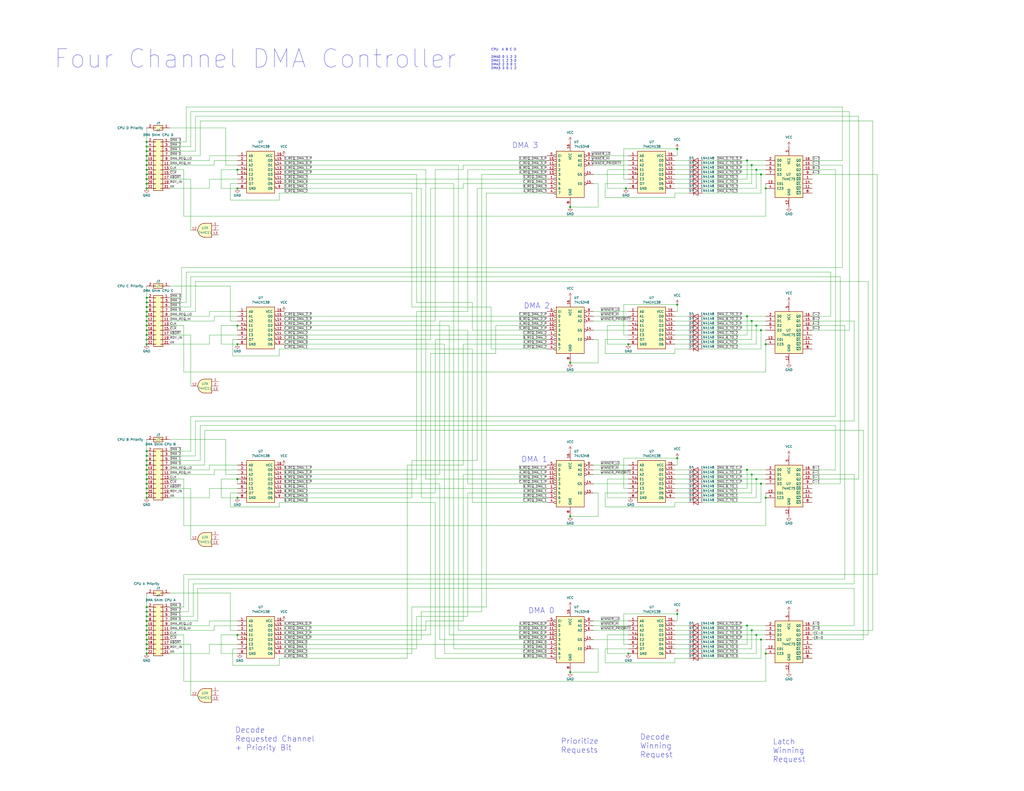
<source format=kicad_sch>
(kicad_sch (version 20211123) (generator eeschema)
  (paper "C")
  (junction (at 311.15 367.03))
  (junction (at 80.01 254))
  (junction (at 80.01 85.09))
  (junction (at 80.01 344.17))
  (junction (at 80.01 185.42))
  (junction (at 80.01 266.7))
  (junction (at 369.57 166.37))
  (junction (at 407.67 341.63))
  (junction (at 80.01 351.79))
  (junction (at 80.01 87.63))
  (junction (at 410.21 90.17))
  (junction (at 415.29 95.25))
  (junction (at 80.01 165.1))
  (junction (at 415.29 264.16))
  (junction (at 80.01 92.71))
  (junction (at 80.01 172.72))
  (junction (at 417.83 187.96))
  (junction (at 410.21 259.08))
  (junction (at 80.01 170.18))
  (junction (at 412.75 92.71))
  (junction (at 80.01 167.64))
  (junction (at 80.01 102.87))
  (junction (at 80.01 334.01))
  (junction (at 80.01 246.38))
  (junction (at 80.01 269.24))
  (junction (at 415.29 180.34))
  (junction (at 80.01 261.62))
  (junction (at 80.01 175.26))
  (junction (at 369.57 250.19))
  (junction (at 80.01 187.96))
  (junction (at 369.57 335.28))
  (junction (at 342.9 187.96))
  (junction (at 80.01 341.63))
  (junction (at 407.67 87.63))
  (junction (at 412.75 346.71))
  (junction (at 80.01 82.55))
  (junction (at 80.01 251.46))
  (junction (at 80.01 356.87))
  (junction (at 80.01 248.92))
  (junction (at 80.01 339.09))
  (junction (at 311.15 281.94))
  (junction (at 129.54 261.62))
  (junction (at 129.54 346.71))
  (junction (at 80.01 100.33))
  (junction (at 417.83 271.78))
  (junction (at 410.21 344.17))
  (junction (at 80.01 80.01))
  (junction (at 80.01 346.71))
  (junction (at 412.75 261.62))
  (junction (at 407.67 172.72))
  (junction (at 410.21 175.26))
  (junction (at 311.15 113.03))
  (junction (at 129.54 187.96))
  (junction (at 407.67 256.54))
  (junction (at 129.54 92.71))
  (junction (at 80.01 177.8))
  (junction (at 80.01 349.25))
  (junction (at 417.83 356.87))
  (junction (at 80.01 331.47))
  (junction (at 129.54 102.87))
  (junction (at 80.01 264.16))
  (junction (at 412.75 177.8))
  (junction (at 80.01 90.17))
  (junction (at 80.01 97.79))
  (junction (at 129.54 177.8))
  (junction (at 129.54 271.78))
  (junction (at 342.9 356.87))
  (junction (at 80.01 95.25))
  (junction (at 80.01 77.47))
  (junction (at 369.57 81.28))
  (junction (at 80.01 162.56))
  (junction (at 80.01 256.54))
  (junction (at 80.01 182.88))
  (junction (at 417.83 102.87))
  (junction (at 80.01 259.08))
  (junction (at 415.29 349.25))
  (junction (at 80.01 271.78))
  (junction (at 311.15 198.12))
  (junction (at 80.01 354.33))
  (junction (at 80.01 180.34))
  (junction (at 341.63 102.87))
  (junction (at 80.01 336.55))
  (wire (pts (xy 459.74 87.63) (xy 459.74 58.42)))
  (wire (pts (xy 114.3 271.78) (xy 92.71 271.78)))
  (wire (pts (xy 80.01 246.38) (xy 80.01 240.03)))
  (wire (pts (xy 323.85 264.16) (xy 342.9 264.16)))
  (wire (pts (xy 111.76 254) (xy 92.71 254)))
  (wire (pts (xy 415.29 180.34) (xy 417.83 180.34)))
  (wire (pts (xy 340.36 335.28) (xy 369.57 335.28)))
  (wire (pts (xy 410.21 344.17) (xy 417.83 344.17)))
  (wire (pts (xy 443.23 180.34) (xy 463.55 180.34)))
  (wire (pts (xy 255.27 180.34) (xy 255.27 264.16)))
  (wire (pts (xy 368.3 351.79) (xy 375.92 351.79)))
  (wire (pts (xy 342.9 100.33) (xy 330.2 100.33)))
  (wire (pts (xy 369.57 85.09) (xy 368.3 85.09)))
  (wire (pts (xy 222.25 254) (xy 222.25 359.41)))
  (wire (pts (xy 100.33 313.69) (xy 478.79 313.69)))
  (wire (pts (xy 407.67 341.63) (xy 417.83 341.63)))
  (wire (pts (xy 80.01 344.17) (xy 80.01 346.71)))
  (wire (pts (xy 237.49 359.41) (xy 298.45 359.41)))
  (wire (pts (xy 383.54 102.87) (xy 412.75 102.87)))
  (wire (pts (xy 252.73 90.17) (xy 298.45 90.17)))
  (wire (pts (xy 383.54 172.72) (xy 407.67 172.72)))
  (wire (pts (xy 114.3 172.72) (xy 114.3 170.18)))
  (wire (pts (xy 116.84 341.63) (xy 116.84 344.17)))
  (wire (pts (xy 104.14 97.79) (xy 104.14 125.73)))
  (wire (pts (xy 129.54 261.62) (xy 129.54 264.16)))
  (wire (pts (xy 227.33 95.25) (xy 227.33 165.1)))
  (wire (pts (xy 342.9 346.71) (xy 331.47 346.71)))
  (wire (pts (xy 311.15 198.12) (xy 326.39 198.12)))
  (wire (pts (xy 227.33 261.62) (xy 227.33 170.18)))
  (wire (pts (xy 383.54 185.42) (xy 410.21 185.42)))
  (wire (pts (xy 104.14 227.33) (xy 455.93 227.33)))
  (wire (pts (xy 92.71 341.63) (xy 114.3 341.63)))
  (wire (pts (xy 478.79 313.69) (xy 478.79 95.25)))
  (wire (pts (xy 227.33 170.18) (xy 255.27 170.18)))
  (wire (pts (xy 242.57 187.96) (xy 242.57 356.87)))
  (wire (pts (xy 471.17 349.25) (xy 471.17 234.95)))
  (wire (pts (xy 227.33 354.33) (xy 227.33 336.55)))
  (wire (pts (xy 80.01 87.63) (xy 80.01 90.17)))
  (wire (pts (xy 461.01 316.23) (xy 461.01 177.8)))
  (wire (pts (xy 100.33 92.71) (xy 100.33 118.11)))
  (wire (pts (xy 342.9 177.8) (xy 331.47 177.8)))
  (wire (pts (xy 125.73 100.33) (xy 129.54 100.33)))
  (wire (pts (xy 116.84 344.17) (xy 92.71 344.17)))
  (wire (pts (xy 109.22 251.46) (xy 92.71 251.46)))
  (wire (pts (xy 114.3 341.63) (xy 114.3 339.09)))
  (wire (pts (xy 92.71 246.38) (xy 104.14 246.38)))
  (wire (pts (xy 412.75 261.62) (xy 417.83 261.62)))
  (wire (pts (xy 106.68 82.55) (xy 92.71 82.55)))
  (wire (pts (xy 250.19 344.17) (xy 298.45 344.17)))
  (wire (pts (xy 407.67 351.79) (xy 407.67 341.63)))
  (wire (pts (xy 104.14 351.79) (xy 92.71 351.79)))
  (wire (pts (xy 125.73 100.33) (xy 125.73 109.22)))
  (wire (pts (xy 331.47 187.96) (xy 342.9 187.96)))
  (wire (pts (xy 412.75 102.87) (xy 412.75 92.71)))
  (wire (pts (xy 368.3 105.41) (xy 368.3 107.95)))
  (wire (pts (xy 125.73 269.24) (xy 129.54 269.24)))
  (wire (pts (xy 476.25 66.04) (xy 109.22 66.04)))
  (wire (pts (xy 100.33 118.11) (xy 417.83 118.11)))
  (wire (pts (xy 368.3 256.54) (xy 375.92 256.54)))
  (wire (pts (xy 80.01 77.47) (xy 80.01 80.01)))
  (wire (pts (xy 224.79 251.46) (xy 224.79 271.78)))
  (wire (pts (xy 99.06 162.56) (xy 99.06 146.05)))
  (wire (pts (xy 152.4 105.41) (xy 224.79 105.41)))
  (wire (pts (xy 298.45 187.96) (xy 252.73 187.96)))
  (wire (pts (xy 267.97 190.5) (xy 298.45 190.5)))
  (wire (pts (xy 466.09 321.31) (xy 466.09 341.63)))
  (wire (pts (xy 257.81 180.34) (xy 298.45 180.34)))
  (wire (pts (xy 443.23 259.08) (xy 466.09 259.08)))
  (wire (pts (xy 369.57 254) (xy 368.3 254)))
  (wire (pts (xy 368.3 261.62) (xy 375.92 261.62)))
  (wire (pts (xy 109.22 232.41) (xy 109.22 251.46)))
  (wire (pts (xy 326.39 269.24) (xy 326.39 281.94)))
  (wire (pts (xy 104.14 60.96) (xy 463.55 60.96)))
  (wire (pts (xy 154.94 102.87) (xy 229.87 102.87)))
  (wire (pts (xy 368.3 274.32) (xy 375.92 274.32)))
  (wire (pts (xy 342.9 185.42) (xy 330.2 185.42)))
  (wire (pts (xy 260.35 251.46) (xy 224.79 251.46)))
  (wire (pts (xy 152.4 194.31) (xy 152.4 190.5)))
  (wire (pts (xy 125.73 276.86) (xy 152.4 276.86)))
  (wire (pts (xy 104.14 351.79) (xy 104.14 379.73)))
  (wire (pts (xy 80.01 341.63) (xy 80.01 344.17)))
  (wire (pts (xy 104.14 246.38) (xy 104.14 227.33)))
  (wire (pts (xy 116.84 90.17) (xy 92.71 90.17)))
  (wire (pts (xy 106.68 170.18) (xy 92.71 170.18)))
  (wire (pts (xy 383.54 90.17) (xy 410.21 90.17)))
  (wire (pts (xy 331.47 102.87) (xy 341.63 102.87)))
  (wire (pts (xy 326.39 281.94) (xy 311.15 281.94)))
  (wire (pts (xy 129.54 92.71) (xy 129.54 95.25)))
  (wire (pts (xy 368.3 190.5) (xy 375.92 190.5)))
  (wire (pts (xy 80.01 100.33) (xy 80.01 102.87)))
  (wire (pts (xy 383.54 177.8) (xy 412.75 177.8)))
  (wire (pts (xy 368.3 187.96) (xy 375.92 187.96)))
  (wire (pts (xy 152.4 359.41) (xy 222.25 359.41)))
  (wire (pts (xy 368.3 180.34) (xy 375.92 180.34)))
  (wire (pts (xy 331.47 356.87) (xy 342.9 356.87)))
  (wire (pts (xy 114.3 102.87) (xy 92.71 102.87)))
  (wire (pts (xy 104.14 266.7) (xy 92.71 266.7)))
  (wire (pts (xy 368.3 264.16) (xy 375.92 264.16)))
  (wire (pts (xy 368.3 92.71) (xy 375.92 92.71)))
  (wire (pts (xy 368.3 259.08) (xy 375.92 259.08)))
  (wire (pts (xy 120.65 177.8) (xy 120.65 187.96)))
  (wire (pts (xy 407.67 266.7) (xy 407.67 256.54)))
  (wire (pts (xy 410.21 100.33) (xy 410.21 90.17)))
  (wire (pts (xy 257.81 165.1) (xy 257.81 180.34)))
  (wire (pts (xy 154.94 261.62) (xy 227.33 261.62)))
  (wire (pts (xy 92.71 165.1) (xy 101.6 165.1)))
  (wire (pts (xy 298.45 259.08) (xy 252.73 259.08)))
  (wire (pts (xy 80.01 95.25) (xy 80.01 97.79)))
  (wire (pts (xy 473.71 346.71) (xy 473.71 153.67)))
  (wire (pts (xy 330.2 361.95) (xy 368.3 361.95)))
  (wire (pts (xy 455.93 232.41) (xy 455.93 256.54)))
  (wire (pts (xy 80.01 254) (xy 80.01 256.54)))
  (wire (pts (xy 410.21 175.26) (xy 417.83 175.26)))
  (wire (pts (xy 80.01 180.34) (xy 80.01 182.88)))
  (wire (pts (xy 154.94 269.24) (xy 237.49 269.24)))
  (wire (pts (xy 473.71 153.67) (xy 106.68 153.67)))
  (wire (pts (xy 152.4 109.22) (xy 152.4 105.41)))
  (wire (pts (xy 265.43 105.41) (xy 298.45 105.41)))
  (wire (pts (xy 412.75 346.71) (xy 417.83 346.71)))
  (wire (pts (xy 323.85 185.42) (xy 326.39 185.42)))
  (wire (pts (xy 383.54 351.79) (xy 407.67 351.79)))
  (wire (pts (xy 383.54 346.71) (xy 412.75 346.71)))
  (wire (pts (xy 247.65 100.33) (xy 247.65 354.33)))
  (wire (pts (xy 80.01 248.92) (xy 80.01 251.46)))
  (wire (pts (xy 154.94 354.33) (xy 227.33 354.33)))
  (wire (pts (xy 107.95 321.31) (xy 466.09 321.31)))
  (wire (pts (xy 120.65 346.71) (xy 120.65 356.87)))
  (wire (pts (xy 323.85 256.54) (xy 342.9 256.54)))
  (wire (pts (xy 330.2 100.33) (xy 330.2 107.95)))
  (wire (pts (xy 369.57 81.28) (xy 369.57 85.09)))
  (wire (pts (xy 252.73 92.71) (xy 252.73 90.17)))
  (wire (pts (xy 129.54 172.72) (xy 116.84 172.72)))
  (wire (pts (xy 368.3 97.79) (xy 375.92 97.79)))
  (wire (pts (xy 323.85 344.17) (xy 342.9 344.17)))
  (wire (pts (xy 468.63 63.5) (xy 468.63 261.62)))
  (wire (pts (xy 123.19 240.03) (xy 123.19 259.08)))
  (wire (pts (xy 114.3 356.87) (xy 92.71 356.87)))
  (wire (pts (xy 407.67 172.72) (xy 417.83 172.72)))
  (wire (pts (xy 368.3 172.72) (xy 375.92 172.72)))
  (wire (pts (xy 443.23 264.16) (xy 458.47 264.16)))
  (wire (pts (xy 415.29 105.41) (xy 415.29 95.25)))
  (wire (pts (xy 80.01 182.88) (xy 80.01 185.42)))
  (wire (pts (xy 109.22 85.09) (xy 92.71 85.09)))
  (wire (pts (xy 80.01 349.25) (xy 80.01 351.79)))
  (wire (pts (xy 443.23 90.17) (xy 459.74 90.17)))
  (wire (pts (xy 120.65 102.87) (xy 129.54 102.87)))
  (wire (pts (xy 330.2 107.95) (xy 368.3 107.95)))
  (wire (pts (xy 412.75 92.71) (xy 417.83 92.71)))
  (wire (pts (xy 368.3 349.25) (xy 375.92 349.25)))
  (wire (pts (xy 383.54 175.26) (xy 410.21 175.26)))
  (wire (pts (xy 154.94 271.78) (xy 224.79 271.78)))
  (wire (pts (xy 410.21 269.24) (xy 410.21 259.08)))
  (wire (pts (xy 100.33 372.11) (xy 417.83 372.11)))
  (wire (pts (xy 106.68 153.67) (xy 106.68 170.18)))
  (wire (pts (xy 154.94 172.72) (xy 298.45 172.72)))
  (wire (pts (xy 257.81 274.32) (xy 257.81 190.5)))
  (wire (pts (xy 323.85 254) (xy 342.9 254)))
  (wire (pts (xy 368.3 274.32) (xy 368.3 276.86)))
  (wire (pts (xy 92.71 323.85) (xy 125.73 323.85)))
  (wire (pts (xy 129.54 256.54) (xy 116.84 256.54)))
  (wire (pts (xy 412.75 271.78) (xy 412.75 261.62)))
  (wire (pts (xy 92.71 346.71) (xy 100.33 346.71)))
  (wire (pts (xy 123.19 259.08) (xy 129.54 259.08)))
  (wire (pts (xy 80.01 77.47) (xy 80.01 69.85)))
  (wire (pts (xy 323.85 341.63) (xy 342.9 341.63)))
  (wire (pts (xy 463.55 60.96) (xy 463.55 180.34)))
  (wire (pts (xy 407.67 256.54) (xy 417.83 256.54)))
  (wire (pts (xy 123.19 69.85) (xy 123.19 90.17)))
  (wire (pts (xy 383.54 261.62) (xy 412.75 261.62)))
  (wire (pts (xy 104.14 182.88) (xy 92.71 182.88)))
  (wire (pts (xy 407.67 97.79) (xy 407.67 87.63)))
  (wire (pts (xy 227.33 165.1) (xy 257.81 165.1)))
  (wire (pts (xy 383.54 182.88) (xy 407.67 182.88)))
  (wire (pts (xy 106.68 248.92) (xy 92.71 248.92)))
  (wire (pts (xy 368.3 356.87) (xy 375.92 356.87)))
  (wire (pts (xy 224.79 356.87) (xy 154.94 356.87)))
  (wire (pts (xy 106.68 63.5) (xy 468.63 63.5)))
  (wire (pts (xy 80.01 90.17) (xy 80.01 92.71)))
  (wire (pts (xy 234.95 193.04) (xy 270.51 193.04)))
  (wire (pts (xy 417.83 118.11) (xy 417.83 102.87)))
  (wire (pts (xy 326.39 354.33) (xy 326.39 367.03)))
  (wire (pts (xy 383.54 264.16) (xy 415.29 264.16)))
  (wire (pts (xy 323.85 85.09) (xy 342.9 85.09)))
  (wire (pts (xy 340.36 351.79) (xy 340.36 335.28)))
  (wire (pts (xy 368.3 269.24) (xy 375.92 269.24)))
  (wire (pts (xy 129.54 261.62) (xy 120.65 261.62)))
  (wire (pts (xy 114.3 187.96) (xy 114.3 182.88)))
  (wire (pts (xy 417.83 271.78) (xy 417.83 269.24)))
  (wire (pts (xy 114.3 187.96) (xy 92.71 187.96)))
  (wire (pts (xy 262.89 95.25) (xy 298.45 95.25)))
  (wire (pts (xy 260.35 102.87) (xy 260.35 251.46)))
  (wire (pts (xy 129.54 177.8) (xy 120.65 177.8)))
  (wire (pts (xy 369.57 335.28) (xy 369.57 339.09)))
  (wire (pts (xy 125.73 323.85) (xy 125.73 344.17)))
  (wire (pts (xy 114.3 170.18) (xy 129.54 170.18)))
  (wire (pts (xy 154.94 187.96) (xy 242.57 187.96)))
  (wire (pts (xy 247.65 354.33) (xy 298.45 354.33)))
  (wire (pts (xy 459.74 90.17) (xy 459.74 146.05)))
  (wire (pts (xy 330.2 185.42) (xy 330.2 193.04)))
  (wire (pts (xy 466.09 318.77) (xy 105.41 318.77)))
  (wire (pts (xy 340.36 250.19) (xy 369.57 250.19)))
  (wire (pts (xy 80.01 334.01) (xy 80.01 336.55)))
  (wire (pts (xy 368.3 95.25) (xy 375.92 95.25)))
  (wire (pts (xy 331.47 346.71) (xy 331.47 356.87)))
  (wire (pts (xy 127 354.33) (xy 127 363.22)))
  (wire (pts (xy 383.54 269.24) (xy 410.21 269.24)))
  (wire (pts (xy 80.01 175.26) (xy 80.01 177.8)))
  (wire (pts (xy 407.67 182.88) (xy 407.67 172.72)))
  (wire (pts (xy 229.87 334.01) (xy 229.87 349.25)))
  (wire (pts (xy 92.71 256.54) (xy 114.3 256.54)))
  (wire (pts (xy 80.01 246.38) (xy 80.01 248.92)))
  (wire (pts (xy 417.83 372.11) (xy 417.83 356.87)))
  (wire (pts (xy 369.57 166.37) (xy 369.57 170.18)))
  (wire (pts (xy 80.01 80.01) (xy 80.01 82.55)))
  (wire (pts (xy 229.87 271.78) (xy 298.45 271.78)))
  (wire (pts (xy 323.85 349.25) (xy 342.9 349.25)))
  (wire (pts (xy 154.94 349.25) (xy 229.87 349.25)))
  (wire (pts (xy 129.54 92.71) (xy 120.65 92.71)))
  (wire (pts (xy 116.84 259.08) (xy 92.71 259.08)))
  (wire (pts (xy 80.01 172.72) (xy 80.01 175.26)))
  (wire (pts (xy 80.01 177.8) (xy 80.01 180.34)))
  (wire (pts (xy 80.01 266.7) (xy 80.01 269.24)))
  (wire (pts (xy 323.85 100.33) (xy 326.39 100.33)))
  (wire (pts (xy 368.3 100.33) (xy 375.92 100.33)))
  (wire (pts (xy 330.2 193.04) (xy 368.3 193.04)))
  (wire (pts (xy 92.71 177.8) (xy 100.33 177.8)))
  (wire (pts (xy 267.97 167.64) (xy 267.97 190.5)))
  (wire (pts (xy 415.29 359.41) (xy 415.29 349.25)))
  (wire (pts (xy 129.54 341.63) (xy 116.84 341.63)))
  (wire (pts (xy 80.01 82.55) (xy 80.01 85.09)))
  (wire (pts (xy 224.79 331.47) (xy 265.43 331.47)))
  (wire (pts (xy 80.01 162.56) (xy 80.01 165.1)))
  (wire (pts (xy 443.23 261.62) (xy 468.63 261.62)))
  (wire (pts (xy 92.71 261.62) (xy 100.33 261.62)))
  (wire (pts (xy 80.01 92.71) (xy 80.01 95.25)))
  (wire (pts (xy 383.54 356.87) (xy 412.75 356.87)))
  (wire (pts (xy 255.27 264.16) (xy 298.45 264.16)))
  (wire (pts (xy 368.3 190.5) (xy 368.3 193.04)))
  (wire (pts (xy 80.01 336.55) (xy 80.01 339.09)))
  (wire (pts (xy 453.39 172.72) (xy 443.23 172.72)))
  (wire (pts (xy 120.65 261.62) (xy 120.65 271.78)))
  (wire (pts (xy 410.21 259.08) (xy 417.83 259.08)))
  (wire (pts (xy 104.14 97.79) (xy 92.71 97.79)))
  (wire (pts (xy 323.85 90.17) (xy 342.9 90.17)))
  (wire (pts (xy 92.71 331.47) (xy 100.33 331.47)))
  (wire (pts (xy 443.23 349.25) (xy 471.17 349.25)))
  (wire (pts (xy 92.71 240.03) (xy 123.19 240.03)))
  (wire (pts (xy 125.73 156.21) (xy 125.73 175.26)))
  (wire (pts (xy 152.4 363.22) (xy 152.4 359.41)))
  (wire (pts (xy 368.3 346.71) (xy 375.92 346.71)))
  (wire (pts (xy 99.06 146.05) (xy 459.74 146.05)))
  (wire (pts (xy 326.39 185.42) (xy 326.39 198.12)))
  (wire (pts (xy 107.95 339.09) (xy 92.71 339.09)))
  (wire (pts (xy 234.95 346.71) (xy 234.95 193.04)))
  (wire (pts (xy 100.33 346.71) (xy 100.33 372.11)))
  (wire (pts (xy 331.47 271.78) (xy 342.9 271.78)))
  (wire (pts (xy 80.01 351.79) (xy 80.01 354.33)))
  (wire (pts (xy 116.84 87.63) (xy 116.84 90.17)))
  (wire (pts (xy 80.01 170.18) (xy 80.01 172.72)))
  (wire (pts (xy 120.65 356.87) (xy 129.54 356.87)))
  (wire (pts (xy 154.94 175.26) (xy 237.49 175.26)))
  (wire (pts (xy 383.54 100.33) (xy 410.21 100.33)))
  (wire (pts (xy 106.68 229.87) (xy 106.68 248.92)))
  (wire (pts (xy 417.83 287.02) (xy 417.83 271.78)))
  (wire (pts (xy 255.27 92.71) (xy 255.27 170.18)))
  (wire (pts (xy 104.14 151.13) (xy 458.47 151.13)))
  (wire (pts (xy 342.9 261.62) (xy 331.47 261.62)))
  (wire (pts (xy 415.29 274.32) (xy 415.29 264.16)))
  (wire (pts (xy 114.3 85.09) (xy 129.54 85.09)))
  (wire (pts (xy 383.54 180.34) (xy 415.29 180.34)))
  (wire (pts (xy 262.89 334.01) (xy 262.89 95.25)))
  (wire (pts (xy 341.63 102.87) (xy 342.9 102.87)))
  (wire (pts (xy 368.3 175.26) (xy 375.92 175.26)))
  (wire (pts (xy 415.29 95.25) (xy 417.83 95.25)))
  (wire (pts (xy 369.57 339.09) (xy 368.3 339.09)))
  (wire (pts (xy 323.85 269.24) (xy 326.39 269.24)))
  (wire (pts (xy 154.94 95.25) (xy 227.33 95.25)))
  (wire (pts (xy 154.94 341.63) (xy 298.45 341.63)))
  (wire (pts (xy 92.71 87.63) (xy 114.3 87.63)))
  (wire (pts (xy 417.83 203.2) (xy 417.83 187.96)))
  (wire (pts (xy 237.49 269.24) (xy 237.49 185.42)))
  (wire (pts (xy 154.94 266.7) (xy 298.45 266.7)))
  (wire (pts (xy 323.85 170.18) (xy 342.9 170.18)))
  (wire (pts (xy 412.75 187.96) (xy 412.75 177.8)))
  (wire (pts (xy 92.71 156.21) (xy 125.73 156.21)))
  (wire (pts (xy 92.71 172.72) (xy 114.3 172.72)))
  (wire (pts (xy 80.01 259.08) (xy 80.01 261.62)))
  (wire (pts (xy 129.54 177.8) (xy 129.54 180.34)))
  (wire (pts (xy 478.79 95.25) (xy 443.23 95.25)))
  (wire (pts (xy 111.76 234.95) (xy 111.76 254)))
  (wire (pts (xy 80.01 331.47) (xy 80.01 323.85)))
  (wire (pts (xy 154.94 90.17) (xy 250.19 90.17)))
  (wire (pts (xy 104.14 80.01) (xy 104.14 60.96)))
  (wire (pts (xy 227.33 336.55) (xy 255.27 336.55)))
  (wire (pts (xy 252.73 102.87) (xy 252.73 100.33)))
  (wire (pts (xy 154.94 182.88) (xy 298.45 182.88)))
  (wire (pts (xy 368.3 182.88) (xy 375.92 182.88)))
  (wire (pts (xy 127 354.33) (xy 129.54 354.33)))
  (wire (pts (xy 342.9 97.79) (xy 340.36 97.79)))
  (wire (pts (xy 415.29 264.16) (xy 417.83 264.16)))
  (wire (pts (xy 129.54 87.63) (xy 116.84 87.63)))
  (wire (pts (xy 342.9 266.7) (xy 340.36 266.7)))
  (wire (pts (xy 443.23 346.71) (xy 473.71 346.71)))
  (wire (pts (xy 252.73 187.96) (xy 252.73 254)))
  (wire (pts (xy 298.45 274.32) (xy 257.81 274.32)))
  (wire (pts (xy 326.39 113.03) (xy 311.15 113.03)))
  (wire (pts (xy 443.23 175.26) (xy 466.09 175.26)))
  (wire (pts (xy 443.23 177.8) (xy 461.01 177.8)))
  (wire (pts (xy 331.47 261.62) (xy 331.47 271.78)))
  (wire (pts (xy 80.01 167.64) (xy 80.01 170.18)))
  (wire (pts (xy 466.09 259.08) (xy 466.09 318.77)))
  (wire (pts (xy 383.54 190.5) (xy 415.29 190.5)))
  (wire (pts (xy 92.71 162.56) (xy 99.06 162.56)))
  (wire (pts (xy 114.3 102.87) (xy 114.3 97.79)))
  (wire (pts (xy 102.87 316.23) (xy 461.01 316.23)))
  (wire (pts (xy 410.21 354.33) (xy 410.21 344.17)))
  (wire (pts (xy 102.87 334.01) (xy 102.87 316.23)))
  (wire (pts (xy 80.01 261.62) (xy 80.01 264.16)))
  (wire (pts (xy 237.49 185.42) (xy 298.45 185.42)))
  (wire (pts (xy 340.36 97.79) (xy 340.36 81.28)))
  (wire (pts (xy 252.73 100.33) (xy 298.45 100.33)))
  (wire (pts (xy 116.84 175.26) (xy 92.71 175.26)))
  (wire (pts (xy 105.41 318.77) (xy 105.41 336.55)))
  (wire (pts (xy 80.01 251.46) (xy 80.01 254)))
  (wire (pts (xy 383.54 266.7) (xy 407.67 266.7)))
  (wire (pts (xy 417.83 356.87) (xy 417.83 354.33)))
  (wire (pts (xy 326.39 367.03) (xy 311.15 367.03)))
  (wire (pts (xy 123.19 90.17) (xy 129.54 90.17)))
  (wire (pts (xy 368.3 344.17) (xy 375.92 344.17)))
  (wire (pts (xy 368.3 359.41) (xy 375.92 359.41)))
  (wire (pts (xy 92.71 69.85) (xy 123.19 69.85)))
  (wire (pts (xy 125.73 269.24) (xy 125.73 276.86)))
  (wire (pts (xy 125.73 109.22) (xy 152.4 109.22)))
  (wire (pts (xy 154.94 100.33) (xy 247.65 100.33)))
  (wire (pts (xy 154.94 264.16) (xy 240.03 264.16)))
  (wire (pts (xy 369.57 250.19) (xy 369.57 254)))
  (wire (pts (xy 455.93 227.33) (xy 455.93 92.71)))
  (wire (pts (xy 471.17 234.95) (xy 111.76 234.95)))
  (wire (pts (xy 383.54 271.78) (xy 412.75 271.78)))
  (wire (pts (xy 114.3 356.87) (xy 114.3 351.79)))
  (wire (pts (xy 330.2 269.24) (xy 330.2 276.86)))
  (wire (pts (xy 114.3 254) (xy 129.54 254)))
  (wire (pts (xy 232.41 92.71) (xy 232.41 261.62)))
  (wire (pts (xy 443.23 256.54) (xy 455.93 256.54)))
  (wire (pts (xy 127 194.31) (xy 152.4 194.31)))
  (wire (pts (xy 265.43 105.41) (xy 265.43 331.47)))
  (wire (pts (xy 114.3 97.79) (xy 129.54 97.79)))
  (wire (pts (xy 340.36 182.88) (xy 340.36 166.37)))
  (wire (pts (xy 410.21 90.17) (xy 417.83 90.17)))
  (wire (pts (xy 252.73 339.09) (xy 232.41 339.09)))
  (wire (pts (xy 255.27 269.24) (xy 298.45 269.24)))
  (wire (pts (xy 342.9 269.24) (xy 330.2 269.24)))
  (wire (pts (xy 114.3 266.7) (xy 129.54 266.7)))
  (wire (pts (xy 368.3 87.63) (xy 375.92 87.63)))
  (wire (pts (xy 229.87 102.87) (xy 229.87 271.78)))
  (wire (pts (xy 104.14 182.88) (xy 104.14 210.82)))
  (wire (pts (xy 412.75 177.8) (xy 417.83 177.8)))
  (wire (pts (xy 383.54 87.63) (xy 407.67 87.63)))
  (wire (pts (xy 232.41 344.17) (xy 154.94 344.17)))
  (wire (pts (xy 383.54 274.32) (xy 415.29 274.32)))
  (wire (pts (xy 383.54 256.54) (xy 407.67 256.54)))
  (wire (pts (xy 80.01 256.54) (xy 80.01 259.08)))
  (wire (pts (xy 101.6 58.42) (xy 459.74 58.42)))
  (wire (pts (xy 80.01 85.09) (xy 80.01 87.63)))
  (wire (pts (xy 100.33 261.62) (xy 100.33 287.02)))
  (wire (pts (xy 129.54 346.71) (xy 129.54 349.25)))
  (wire (pts (xy 104.14 266.7) (xy 104.14 294.64)))
  (wire (pts (xy 234.95 185.42) (xy 234.95 102.87)))
  (wire (pts (xy 383.54 349.25) (xy 415.29 349.25)))
  (wire (pts (xy 80.01 264.16) (xy 80.01 266.7)))
  (wire (pts (xy 383.54 92.71) (xy 412.75 92.71)))
  (wire (pts (xy 152.4 274.32) (xy 237.49 274.32)))
  (wire (pts (xy 232.41 339.09) (xy 232.41 344.17)))
  (wire (pts (xy 154.94 180.34) (xy 255.27 180.34)))
  (wire (pts (xy 100.33 287.02) (xy 417.83 287.02)))
  (wire (pts (xy 323.85 175.26) (xy 342.9 175.26)))
  (wire (pts (xy 270.51 177.8) (xy 298.45 177.8)))
  (wire (pts (xy 114.3 256.54) (xy 114.3 254)))
  (wire (pts (xy 476.25 344.17) (xy 476.25 66.04)))
  (wire (pts (xy 466.09 175.26) (xy 466.09 229.87)))
  (wire (pts (xy 417.83 187.96) (xy 417.83 185.42)))
  (wire (pts (xy 331.47 177.8) (xy 331.47 187.96)))
  (wire (pts (xy 109.22 66.04) (xy 109.22 85.09)))
  (wire (pts (xy 383.54 105.41) (xy 415.29 105.41)))
  (wire (pts (xy 368.3 185.42) (xy 375.92 185.42)))
  (wire (pts (xy 250.19 90.17) (xy 250.19 344.17)))
  (wire (pts (xy 443.23 341.63) (xy 466.09 341.63)))
  (wire (pts (xy 237.49 274.32) (xy 237.49 359.41)))
  (wire (pts (xy 154.94 351.79) (xy 298.45 351.79)))
  (wire (pts (xy 443.23 87.63) (xy 459.74 87.63)))
  (wire (pts (xy 368.3 105.41) (xy 375.92 105.41)))
  (wire (pts (xy 116.84 172.72) (xy 116.84 175.26)))
  (wire (pts (xy 154.94 346.71) (xy 234.95 346.71)))
  (wire (pts (xy 342.9 182.88) (xy 340.36 182.88)))
  (wire (pts (xy 415.29 190.5) (xy 415.29 180.34)))
  (wire (pts (xy 383.54 187.96) (xy 412.75 187.96)))
  (wire (pts (xy 368.3 359.41) (xy 368.3 361.95)))
  (wire (pts (xy 125.73 175.26) (xy 129.54 175.26)))
  (wire (pts (xy 298.45 102.87) (xy 260.35 102.87)))
  (wire (pts (xy 92.71 80.01) (xy 104.14 80.01)))
  (wire (pts (xy 242.57 356.87) (xy 298.45 356.87)))
  (wire (pts (xy 80.01 339.09) (xy 80.01 341.63)))
  (wire (pts (xy 412.75 356.87) (xy 412.75 346.71)))
  (wire (pts (xy 80.01 331.47) (xy 80.01 334.01)))
  (wire (pts (xy 368.3 266.7) (xy 375.92 266.7)))
  (wire (pts (xy 100.33 203.2) (xy 417.83 203.2)))
  (wire (pts (xy 466.09 229.87) (xy 106.68 229.87)))
  (wire (pts (xy 114.3 351.79) (xy 129.54 351.79)))
  (wire (pts (xy 224.79 356.87) (xy 224.79 331.47)))
  (wire (pts (xy 323.85 354.33) (xy 326.39 354.33)))
  (wire (pts (xy 224.79 167.64) (xy 224.79 105.41)))
  (wire (pts (xy 342.9 351.79) (xy 340.36 351.79)))
  (wire (pts (xy 237.49 92.71) (xy 252.73 92.71)))
  (wire (pts (xy 323.85 172.72) (xy 342.9 172.72)))
  (wire (pts (xy 383.54 97.79) (xy 407.67 97.79)))
  (wire (pts (xy 100.33 177.8) (xy 100.33 203.2)))
  (wire (pts (xy 368.3 354.33) (xy 375.92 354.33)))
  (wire (pts (xy 154.94 256.54) (xy 298.45 256.54)))
  (wire (pts (xy 152.4 276.86) (xy 152.4 274.32)))
  (wire (pts (xy 92.71 334.01) (xy 102.87 334.01)))
  (wire (pts (xy 240.03 175.26) (xy 298.45 175.26)))
  (wire (pts (xy 255.27 336.55) (xy 255.27 269.24)))
  (wire (pts (xy 323.85 87.63) (xy 342.9 87.63)))
  (wire (pts (xy 229.87 334.01) (xy 262.89 334.01)))
  (wire (pts (xy 407.67 87.63) (xy 417.83 87.63)))
  (wire (pts (xy 100.33 331.47) (xy 100.33 313.69)))
  (wire (pts (xy 237.49 175.26) (xy 237.49 92.71)))
  (wire (pts (xy 368.3 271.78) (xy 375.92 271.78)))
  (wire (pts (xy 109.22 232.41) (xy 455.93 232.41)))
  (wire (pts (xy 323.85 259.08) (xy 342.9 259.08)))
  (wire (pts (xy 383.54 354.33) (xy 410.21 354.33)))
  (wire (pts (xy 323.85 339.09) (xy 342.9 339.09)))
  (wire (pts (xy 383.54 341.63) (xy 407.67 341.63)))
  (wire (pts (xy 368.3 90.17) (xy 375.92 90.17)))
  (wire (pts (xy 458.47 264.16) (xy 458.47 151.13)))
  (wire (pts (xy 340.36 166.37) (xy 369.57 166.37)))
  (wire (pts (xy 80.01 346.71) (xy 80.01 349.25)))
  (wire (pts (xy 369.57 170.18) (xy 368.3 170.18)))
  (wire (pts (xy 453.39 148.59) (xy 453.39 172.72)))
  (wire (pts (xy 101.6 58.42) (xy 101.6 77.47)))
  (wire (pts (xy 104.14 151.13) (xy 104.14 167.64)))
  (wire (pts (xy 80.01 162.56) (xy 80.01 156.21)))
  (wire (pts (xy 443.23 344.17) (xy 476.25 344.17)))
  (wire (pts (xy 232.41 261.62) (xy 298.45 261.62)))
  (wire (pts (xy 92.71 77.47) (xy 101.6 77.47)))
  (wire (pts (xy 154.94 92.71) (xy 232.41 92.71)))
  (wire (pts (xy 125.73 344.17) (xy 129.54 344.17)))
  (wire (pts (xy 342.9 92.71) (xy 331.47 92.71)))
  (wire (pts (xy 92.71 92.71) (xy 100.33 92.71)))
  (wire (pts (xy 92.71 167.64) (xy 104.14 167.64)))
  (wire (pts (xy 154.94 87.63) (xy 298.45 87.63)))
  (wire (pts (xy 101.6 148.59) (xy 101.6 165.1)))
  (wire (pts (xy 80.01 165.1) (xy 80.01 167.64)))
  (wire (pts (xy 127 185.42) (xy 127 194.31)))
  (wire (pts (xy 252.73 254) (xy 222.25 254)))
  (wire (pts (xy 120.65 271.78) (xy 129.54 271.78)))
  (wire (pts (xy 101.6 148.59) (xy 453.39 148.59)))
  (wire (pts (xy 114.3 182.88) (xy 129.54 182.88)))
  (wire (pts (xy 80.01 185.42) (xy 80.01 187.96)))
  (wire (pts (xy 154.94 97.79) (xy 298.45 97.79)))
  (wire (pts (xy 114.3 271.78) (xy 114.3 266.7)))
  (wire (pts (xy 80.01 269.24) (xy 80.01 271.78)))
  (wire (pts (xy 154.94 177.8) (xy 245.11 177.8)))
  (wire (pts (xy 417.83 102.87) (xy 417.83 100.33)))
  (wire (pts (xy 455.93 92.71) (xy 443.23 92.71)))
  (wire (pts (xy 415.29 349.25) (xy 417.83 349.25)))
  (wire (pts (xy 383.54 344.17) (xy 410.21 344.17)))
  (wire (pts (xy 154.94 185.42) (xy 234.95 185.42)))
  (wire (pts (xy 80.01 354.33) (xy 80.01 356.87)))
  (wire (pts (xy 114.3 87.63) (xy 114.3 85.09)))
  (wire (pts (xy 224.79 167.64) (xy 267.97 167.64)))
  (wire (pts (xy 252.73 259.08) (xy 252.73 339.09)))
  (wire (pts (xy 234.95 102.87) (xy 252.73 102.87)))
  (wire (pts (xy 107.95 321.31) (xy 107.95 339.09)))
  (wire (pts (xy 383.54 95.25) (xy 415.29 95.25)))
  (wire (pts (xy 152.4 190.5) (xy 257.81 190.5)))
  (wire (pts (xy 245.11 177.8) (xy 245.11 346.71)))
  (wire (pts (xy 368.3 102.87) (xy 375.92 102.87)))
  (wire (pts (xy 330.2 276.86) (xy 368.3 276.86)))
  (wire (pts (xy 383.54 359.41) (xy 415.29 359.41)))
  (wire (pts (xy 255.27 92.71) (xy 298.45 92.71)))
  (wire (pts (xy 270.51 193.04) (xy 270.51 177.8)))
  (wire (pts (xy 154.94 259.08) (xy 240.03 259.08)))
  (wire (pts (xy 323.85 180.34) (xy 342.9 180.34)))
  (wire (pts (xy 116.84 256.54) (xy 116.84 259.08)))
  (wire (pts (xy 340.36 81.28) (xy 369.57 81.28)))
  (wire (pts (xy 410.21 185.42) (xy 410.21 175.26)))
  (wire (pts (xy 368.3 341.63) (xy 375.92 341.63)))
  (wire (pts (xy 245.11 346.71) (xy 298.45 346.71)))
  (wire (pts (xy 129.54 346.71) (xy 120.65 346.71)))
  (wire (pts (xy 330.2 354.33) (xy 330.2 361.95)))
  (wire (pts (xy 106.68 63.5) (xy 106.68 82.55)))
  (wire (pts (xy 240.03 264.16) (xy 240.03 349.25)))
  (wire (pts (xy 368.3 177.8) (xy 375.92 177.8)))
  (wire (pts (xy 342.9 354.33) (xy 330.2 354.33)))
  (wire (pts (xy 383.54 259.08) (xy 410.21 259.08)))
  (wire (pts (xy 114.3 339.09) (xy 129.54 339.09)))
  (wire (pts (xy 120.65 92.71) (xy 120.65 102.87)))
  (wire (pts (xy 80.01 97.79) (xy 80.01 100.33)))
  (wire (pts (xy 331.47 92.71) (xy 331.47 102.87)))
  (wire (pts (xy 326.39 100.33) (xy 326.39 113.03)))
  (wire (pts (xy 340.36 266.7) (xy 340.36 250.19)))
  (wire (pts (xy 127 185.42) (xy 129.54 185.42)))
  (wire (pts (xy 105.41 336.55) (xy 92.71 336.55)))
  (wire (pts (xy 120.65 187.96) (xy 129.54 187.96)))
  (wire (pts (xy 323.85 95.25) (xy 342.9 95.25)))
  (wire (pts (xy 127 363.22) (xy 152.4 363.22)))
  (wire (pts (xy 240.03 349.25) (xy 298.45 349.25)))
  (wire (pts (xy 240.03 259.08) (xy 240.03 175.26)))
  (text "DMA 0" (at 288.29 335.28 0) (effects (font (size 3 3)) (justify left bottom)))
  (text "DMA 1" (at 284.48 252.73 0) (effects (font (size 3 3)) (justify left bottom)))
  (text "Decode\nWinning\nRequest" (at 349.25 414.02 0) (effects (font (size 3 3)) (justify left bottom)))
  (text "CPU  A B C D\n\nDMA0 0 1 2 3\nDMA1 1 2 3 0\nDMA2 2 3 0 1\nDMA3 3 0 1 2\n" (at 267.97 38.1 0) (effects (font (size 1.27 1.27)) (justify left bottom)))
  (text "DMA 2" (at 285.75 168.91 0) (effects (font (size 3 3)) (justify left bottom)))
  (text "DMA 3" (at 279.4 81.28 0) (effects (font (size 3 3)) (justify left bottom)))
  (text "Latch\nWinning\nRequest" (at 421.64 416.56 0) (effects (font (size 3 3)) (justify left bottom)))
  (text "Decode\nRequested Channel\n+ Priority Bit" (at 128.27 410.21 0) (effects (font (size 3 3)) (justify left bottom)))
  (text "Four Channel DMA Controller" (at 29.21 38.1 0) (effects (font (size 10 10)) (justify left bottom)))
  (text "Prioritize\nRequests" (at 306.07 411.48 0) (effects (font (size 3 3)) (justify left bottom)))
  (label "~{C_REQ_DMA_2}" (at 298.45 182.88 180))
  (label "~{DMA_B_TO_0_P}" (at 391.16 349.25 0))
  (label "~{DMA_D_TO_1}" (at 391.16 271.78 0))
  (label "~{DMA_D_TO_3}" (at 391.16 97.79 0))
  (label "~{A-2}" (at 443.23 177.8 0))
  (label "VA" (at 92.71 187.96 0))
  (label "~{B_REQ_DMA_0}" (at 154.94 274.32 0))
  (label "~{CLK}" (at 92.71 264.16 0))
  (label "~{C_REQ_DMA_1}" (at 154.94 190.5 0))
  (label "~{A_REQ_DMA_2_P}" (at 154.94 346.71 0))
  (label "DMA_REQ_LO" (at 92.71 172.72 0))
  (label "DMA_REQ_HI" (at 92.71 175.26 0))
  (label "~{DMA 3}" (at 92.71 246.38 0))
  (label "~{DMA_A_TO_2}" (at 391.16 187.96 0))
  (label "~{DMA_A_TO_0_P}" (at 391.16 341.63 0))
  (label "~{B_REQ_DMA_3}" (at 154.94 271.78 0))
  (label "~{B-1}" (at 443.23 256.54 0))
  (label "~{WINNER_HI}" (at 327.66 341.63 0))
  (label "~{A_REQ_DMA_2_P}" (at 298.45 177.8 180))
  (label "~{A_REQ_DMA_3_P}" (at 154.94 349.25 0))
  (label "~{A_REQ_DMA_2}" (at 298.45 187.96 180))
  (label "~{C-3}" (at 443.23 90.17 0))
  (label "~{B_REQ_DMA_0_P}" (at 298.45 349.25 180))
  (label "~{DMA_D_TO_3_P}" (at 391.16 87.63 0))
  (label "RDY_IN" (at 92.71 269.24 0))
  (label "~{DMA 0}" (at 92.71 339.09 0))
  (label "~{CLK}" (at 92.71 349.25 0))
  (label "DMA_REQ_LO" (at 92.71 341.63 0))
  (label "~{DMA_B_TO_3_P}" (at 391.16 92.71 0))
  (label "~{DMA 2}" (at 92.71 334.01 0))
  (label "~{A_REQ_DMA_1_P}" (at 298.45 259.08 180))
  (label "CLK" (at 92.71 261.62 0))
  (label "VA" (at 92.71 271.78 0))
  (label "CLK" (at 92.71 92.71 0))
  (label "~{A_REQ_DMA_1}" (at 154.94 354.33 0))
  (label "~{B_REQ_DMA_2_P}" (at 154.94 259.08 0))
  (label "VA" (at 92.71 356.87 0))
  (label "~{C_REQ_DMA_0_P}" (at 298.45 346.71 180))
  (label "~{A-0}" (at 443.23 341.63 0))
  (label "~{D_REQ_DMA_3_P}" (at 298.45 87.63 180))
  (label "~{A-1}" (at 443.23 259.08 0))
  (label "~{C_REQ_DMA_0}" (at 298.45 356.87 180))
  (label "CLK" (at 92.71 346.71 0))
  (label "~{DMA_C_TO_1_P}" (at 391.16 264.16 0))
  (label "~{D-1}" (at 443.23 261.62 0))
  (label "~{B-3}" (at 443.23 92.71 0))
  (label "~{WINNER_PRIORITY}" (at 327.66 175.26 0))
  (label "~{DMA_C_TO_3_P}" (at 391.16 90.17 0))
  (label "~{A_REQ_DMA_3}" (at 154.94 359.41 0))
  (label "~{B_REQ_DMA_3_P}" (at 298.45 92.71 180))
  (label "~{D-0}" (at 443.23 344.17 0))
  (label "~{DMA_A_TO_1}" (at 391.16 269.24 0))
  (label "~{CLK}" (at 92.71 95.25 0))
  (label "~{DMA 1}" (at 92.71 336.55 0))
  (label "~{WINNER_PRIORITY}" (at 327.66 344.17 0))
  (label "~{DMA 1}" (at 92.71 251.46 0))
  (label "~{DMA 3}" (at 92.71 77.47 0))
  (label "~{DMA_C_TO_2}" (at 391.16 182.88 0))
  (label "~{B_REQ_DMA_1}" (at 298.45 266.7 180))
  (label "~{DMA 2}" (at 92.71 80.01 0))
  (label "~{ABORT}" (at 92.71 182.88 0))
  (label "~{WINNER_HI}" (at 322.58 87.63 0))
  (label "~{B_REQ_DMA_3_P}" (at 154.94 261.62 0))
  (label "~{WINNER_LO}" (at 327.66 254 0))
  (label "~{C_REQ_DMA_0}" (at 154.94 187.96 0))
  (label "DMA_REQ_HI" (at 92.71 90.17 0))
  (label "~{DMA 2}" (at 92.71 248.92 0))
  (label "~{DMA 3}" (at 92.71 162.56 0))
  (label "~{DMA_D_TO_0}" (at 391.16 354.33 0))
  (label "~{D_REQ_DMA_3_P}" (at 154.94 87.63 0))
  (label "~{DMA 0}" (at 92.71 170.18 0))
  (label "~{B_REQ_DMA_2_P}" (at 298.45 175.26 180))
  (label "~{D_REQ_DMA_1}" (at 154.94 102.87 0))
  (label "~{C_REQ_DMA_1}" (at 298.45 274.32 180))
  (label "~{A_REQ_DMA_1}" (at 298.45 269.24 180))
  (label "VA" (at 92.71 102.87 0))
  (label "~{D_REQ_DMA_0}" (at 154.94 100.33 0))
  (label "~{D_REQ_DMA_2_P}" (at 298.45 180.34 180))
  (label "~{D_REQ_DMA_2}" (at 298.45 190.5 180))
  (label "~{DMA_B_TO_2_P}" (at 391.16 175.26 0))
  (label "~{D_REQ_DMA_0_P}" (at 154.94 90.17 0))
  (label "~{D_REQ_DMA_2_P}" (at 154.94 95.25 0))
  (label "~{DMA_D_TO_1_P}" (at 391.16 261.62 0))
  (label "~{DMA 1}" (at 92.71 82.55 0))
  (label "~{A_REQ_DMA_1_P}" (at 154.94 344.17 0))
  (label "~{DMA_C_TO_1}" (at 391.16 274.32 0))
  (label "~{C_REQ_DMA_3_P}" (at 298.45 90.17 180))
  (label "~{B_REQ_DMA_1}" (at 154.94 266.7 0))
  (label "RDY_IN" (at 92.71 185.42 0))
  (label "~{D-2}" (at 443.23 180.34 0))
  (label "DMA_REQ_HI" (at 92.71 344.17 0))
  (label "~{A_REQ_DMA_2}" (at 154.94 356.87 0))
  (label "~{C_REQ_DMA_2}" (at 154.94 182.88 0))
  (label "DMA_REQ_HI" (at 92.71 259.08 0))
  (label "~{DMA_C_TO_0_P}" (at 391.16 346.71 0))
  (label "~{B_REQ_DMA_0}" (at 298.45 359.41 180))
  (label "~{A-3}" (at 443.23 95.25 0))
  (label "~{DMA_A_TO_3_P}" (at 391.16 95.25 0))
  (label "~{DMA 2}" (at 92.71 165.1 0))
  (label "~{D_REQ_DMA_2}" (at 154.94 105.41 0))
  (label "~{DMA_D_TO_0_P}" (at 391.16 344.17 0))
  (label "~{DMA 1}" (at 92.71 167.64 0))
  (label "~{A_REQ_DMA_3}" (at 298.45 105.41 180))
  (label "~{WINNER_HI}" (at 327.66 172.72 0))
  (label "~{B-0" (at 443.23 349.25 0))
  (label "~{DMA_B_TO_1}" (at 391.16 266.7 0))
  (label "~{DMA_D_TO_2}" (at 391.16 190.5 0))
  (label "~{A_REQ_DMA_0_P}" (at 154.94 341.63 0))
  (label "~{DMA_B_TO_2}" (at 391.16 185.42 0))
  (label "~{DMA_C_TO_3}" (at 391.16 100.33 0))
  (label "~{D_REQ_DMA_3}" (at 154.94 97.79 0))
  (label "DMA_REQ_LO" (at 92.71 256.54 0))
  (label "~{DMA_A_TO_2_P}" (at 391.16 177.8 0))
  (label "~{ABORT}" (at 92.71 266.7 0))
  (label "~{DMA_A_TO_0}" (at 391.16 351.79 0))
  (label "~{WINNER_PRIORITY}" (at 322.58 90.17 0))
  (label "~{D_REQ_DMA_1_P}" (at 298.45 261.62 180))
  (label "~{B_REQ_DMA_3}" (at 298.45 102.87 180))
  (label "~{D_REQ_DMA_1_P}" (at 154.94 92.71 0))
  (label "~{D_REQ_DMA_0}" (at 298.45 354.33 180))
  (label "~{C_REQ_DMA_2_P}" (at 154.94 172.72 0))
  (label "~{C-0" (at 443.23 346.71 0))
  (label "~{D_REQ_DMA_0_P}" (at 298.45 344.17 180))
  (label "~{D_REQ_DMA_3}" (at 298.45 97.79 180))
  (label "~{WINNER_LO}" (at 327.66 339.09 0))
  (label "~{B-2}" (at 443.23 175.26 0))
  (label "~{B_REQ_DMA_2}" (at 154.94 269.24 0))
  (label "~{B_REQ_DMA_1_P}" (at 154.94 256.54 0))
  (label "DMA_REQ_LO" (at 92.71 87.63 0))
  (label "~{DMA_C_TO_2_P}" (at 391.16 172.72 0))
  (label "~{DMA_B_TO_0}" (at 391.16 359.41 0))
  (label "~{C_REQ_DMA_2_P}" (at 298.45 172.72 180))
  (label "~{ABORT}" (at 92.71 97.79 0))
  (label "~{DMA 0}" (at 92.71 85.09 0))
  (label "~{B_REQ_DMA_0_P}" (at 154.94 264.16 0))
  (label "~{C_REQ_DMA_3}" (at 298.45 100.33 180))
  (label "~{WINNER_LO}" (at 322.58 85.09 0))
  (label "~{A_REQ_DMA_0}" (at 154.94 351.79 0))
  (label "~{DMA_D_TO_2_P}" (at 391.16 180.34 0))
  (label "~{DMA_B_TO_1_P}" (at 391.16 256.54 0))
  (label "~{C_REQ_DMA_1_P}" (at 154.94 180.34 0))
  (label "~{C-2}" (at 443.23 172.72 0))
  (label "~{C-1}" (at 443.23 264.16 0))
  (label "~{A_REQ_DMA_0_P}" (at 298.45 341.63 180))
  (label "~{CLK}" (at 92.71 180.34 0))
  (label "~{DMA_C_TO_0}" (at 391.16 356.87 0))
  (label "~{C_REQ_DMA_3}" (at 154.94 185.42 0))
  (label "~{WINNER_LO}" (at 327.66 170.18 0))
  (label "~{WINNER_PRIORITY}" (at 327.66 259.08 0))
  (label "~{DMA_B_TO_3}" (at 391.16 102.87 0))
  (label "~{A_REQ_DMA_3_P}" (at 298.45 95.25 180))
  (label "~{C_REQ_DMA_0_P}" (at 154.94 177.8 0))
  (label "~{DMA_A_TO_1_P}" (at 391.16 259.08 0))
  (label "~{WINNER_HI}" (at 327.66 256.54 0))
  (label "~{DMA_A_TO_3}" (at 391.16 105.41 0))
  (label "CLK" (at 92.71 177.8 0))
  (label "~{B_REQ_DMA_2}" (at 298.45 185.42 180))
  (label "RDY_IN" (at 92.71 100.33 0))
  (label "~{D_REQ_DMA_1}" (at 298.45 271.78 180))
  (label "~{B_REQ_DMA_1_P}" (at 298.45 256.54 180))
  (label "~{C_REQ_DMA_3_P}" (at 154.94 175.26 0))
  (label "~{A_REQ_DMA_0}" (at 298.45 351.79 180))
  (label "~{ABORT}" (at 92.71 351.79 0))
  (label "~{DMA 3}" (at 92.71 331.47 0))
  (label "~{DMA 0}" (at 92.71 254 0))
  (label "~{D-3}" (at 443.23 87.63 0))
  (label "~{C_REQ_DMA_1_P}" (at 298.45 264.16 180))
  (label "RDY_IN" (at 92.71 354.33 0))
  (symbol (lib_id "Vega816:74HC11") (at 111.76 294.64 0) (mirror y) (unit 1)
    (property "Reference" "U?" (at 111.76 293.37 0))
    (property "Value" "74HC11" (at 111.76 295.91 0))
    (property "Datasheet" "http://www.ti.com/lit/gpn/sn74HC11" (effects hide))
  )
  (symbol (lib_id "power:VCC") (at 369.57 166.37 0) (unit 1)
    (property "Reference" "#PWR?" (effects hide))
    (property "Value" "VCC" (at 369.57 161.29 0))
  )
  (symbol (lib_id "74xx:74LS75") (at 430.53 349.25 0) (unit 1)
    (property "Reference" "U?" (at 430.3014 349.25 0))
    (property "Value" "74HC75" (at 430.3014 351.79 0))
    (property "Datasheet" "http://www.ti.com/lit/gpn/sn74HC75" (effects hide))
  )
  (symbol (lib_id "power:GND") (at 430.53 113.03 0) (unit 1)
    (property "Reference" "#PWR?" (effects hide))
    (property "Value" "GND" (at 430.53 116.84 0))
  )
  (symbol (lib_id "power:VCC") (at 369.57 81.28 0) (unit 1)
    (property "Reference" "#PWR?" (effects hide))
    (property "Value" "VCC" (at 369.57 76.2 0))
  )
  (symbol (lib_id "power:VCC") (at 154.94 85.09 0) (unit 1)
    (property "Reference" "#PWR?" (effects hide))
    (property "Value" "VCC" (at 154.94 80.01 0))
  )
  (symbol (lib_id "Diode:1N4148") (at 379.73 97.79 0) (mirror x) (unit 1)
    (property "Reference" "D?" (at 375.9199 96.52 0) (effects (justify left)))
    (property "Value" "1N4148" (at 382.2699 96.52 0) (effects (justify left)))
    (property "Footprint" "Diode_THT:D_DO-35_SOD27_P7.62mm_Horizontal" (effects hide))
    (property "Datasheet" "https://assets.nexperia.com/documents/data-sheet/1N4148_1N4448.pdf" (effects hide))
  )
  (symbol (lib_id "power:GND") (at 342.9 356.87 0) (unit 1)
    (property "Reference" "#PWR?" (effects hide))
    (property "Value" "GND" (at 342.9 360.68 0))
  )
  (symbol (lib_id "74xx:74LS75") (at 430.53 95.25 0) (unit 1)
    (property "Reference" "U?" (at 430.3014 95.25 0))
    (property "Value" "74HC75" (at 430.3014 97.79 0))
    (property "Datasheet" "http://www.ti.com/lit/gpn/sn74HC75" (effects hide))
  )
  (symbol (lib_id "power:VCC") (at 430.53 334.01 0) (unit 1)
    (property "Reference" "#PWR?" (effects hide))
    (property "Value" "VCC" (at 430.53 328.93 0))
  )
  (symbol (lib_id "power:GND") (at 344.17 271.78 0) (unit 1)
    (property "Reference" "#PWR?" (effects hide))
    (property "Value" "GND" (at 344.17 275.59 0))
  )
  (symbol (lib_id "Diode:1N4148") (at 379.73 269.24 0) (mirror x) (unit 1)
    (property "Reference" "D?" (at 375.9199 267.97 0) (effects (justify left)))
    (property "Value" "1N4148" (at 382.2699 267.97 0) (effects (justify left)))
    (property "Footprint" "Diode_THT:D_DO-35_SOD27_P7.62mm_Horizontal" (effects hide))
    (property "Datasheet" "https://assets.nexperia.com/documents/data-sheet/1N4148_1N4448.pdf" (effects hide))
  )
  (symbol (lib_id "Diode:1N4148") (at 379.73 344.17 0) (mirror x) (unit 1)
    (property "Reference" "D?" (at 375.9199 342.9 0) (effects (justify left)))
    (property "Value" "1N4148" (at 382.2699 342.9 0) (effects (justify left)))
    (property "Footprint" "Diode_THT:D_DO-35_SOD27_P7.62mm_Horizontal" (effects hide))
    (property "Datasheet" "https://assets.nexperia.com/documents/data-sheet/1N4148_1N4448.pdf" (effects hide))
  )
  (symbol (lib_id "Diode:1N4148") (at 379.73 356.87 0) (mirror x) (unit 1)
    (property "Reference" "D?" (at 375.9199 355.6 0) (effects (justify left)))
    (property "Value" "1N4148" (at 382.2699 355.6 0) (effects (justify left)))
    (property "Footprint" "Diode_THT:D_DO-35_SOD27_P7.62mm_Horizontal" (effects hide))
    (property "Datasheet" "https://assets.nexperia.com/documents/data-sheet/1N4148_1N4448.pdf" (effects hide))
  )
  (symbol (lib_id "Diode:1N4148") (at 379.73 261.62 0) (mirror x) (unit 1)
    (property "Reference" "D?" (at 375.9199 260.35 0) (effects (justify left)))
    (property "Value" "1N4148" (at 382.2699 260.35 0) (effects (justify left)))
    (property "Footprint" "Diode_THT:D_DO-35_SOD27_P7.62mm_Horizontal" (effects hide))
    (property "Datasheet" "https://assets.nexperia.com/documents/data-sheet/1N4148_1N4448.pdf" (effects hide))
  )
  (symbol (lib_id "Connector_Generic:Conn_02x01") (at 87.63 156.21 0) (mirror y) (unit 1)
    (property "Reference" "J?" (at 86.36 153.67 0))
    (property "Value" "CPU C Priority" (at 71.12 156.21 0))
  )
  (symbol (lib_id "Vega816:74ACH138") (at 142.24 346.71 0) (unit 1)
    (property "Reference" "U?" (at 142.24 331.47 0))
    (property "Value" "74ACH138" (at 142.24 334.01 0))
    (property "Datasheet" "https://www.ti.com/lit/ds/symlink/cd4066b.pdf" (effects hide))
  )
  (symbol (lib_id "Diode:1N4148") (at 379.73 349.25 0) (mirror x) (unit 1)
    (property "Reference" "D?" (at 375.9199 347.98 0) (effects (justify left)))
    (property "Value" "1N4148" (at 382.2699 347.98 0) (effects (justify left)))
    (property "Footprint" "Diode_THT:D_DO-35_SOD27_P7.62mm_Horizontal" (effects hide))
    (property "Datasheet" "https://assets.nexperia.com/documents/data-sheet/1N4148_1N4448.pdf" (effects hide))
  )
  (symbol (lib_id "Diode:1N4148") (at 379.73 264.16 0) (mirror x) (unit 1)
    (property "Reference" "D?" (at 375.9199 262.89 0) (effects (justify left)))
    (property "Value" "1N4148" (at 382.2699 262.89 0) (effects (justify left)))
    (property "Footprint" "Diode_THT:D_DO-35_SOD27_P7.62mm_Horizontal" (effects hide))
    (property "Datasheet" "https://assets.nexperia.com/documents/data-sheet/1N4148_1N4448.pdf" (effects hide))
  )
  (symbol (lib_id "Diode:1N4148") (at 379.73 175.26 0) (mirror x) (unit 1)
    (property "Reference" "D?" (at 375.9199 173.99 0) (effects (justify left)))
    (property "Value" "1N4148" (at 382.2699 173.99 0) (effects (justify left)))
    (property "Footprint" "Diode_THT:D_DO-35_SOD27_P7.62mm_Horizontal" (effects hide))
    (property "Datasheet" "https://assets.nexperia.com/documents/data-sheet/1N4148_1N4448.pdf" (effects hide))
  )
  (symbol (lib_id "74xx:74LS75") (at 430.53 264.16 0) (unit 1)
    (property "Reference" "U?" (at 430.3014 264.16 0))
    (property "Value" "74HC75" (at 430.3014 266.7 0))
    (property "Datasheet" "http://www.ti.com/lit/gpn/sn74HC75" (effects hide))
  )
  (symbol (lib_id "power:GND") (at 430.53 281.94 0) (unit 1)
    (property "Reference" "#PWR?" (effects hide))
    (property "Value" "GND" (at 430.53 285.75 0))
  )
  (symbol (lib_id "Connector_Generic:Conn_02x01") (at 87.63 240.03 0) (mirror y) (unit 1)
    (property "Reference" "J?" (at 86.36 237.49 0))
    (property "Value" "CPU B Priority" (at 71.12 240.03 0))
  )
  (symbol (lib_id "Diode:1N4148") (at 379.73 187.96 0) (mirror x) (unit 1)
    (property "Reference" "D?" (at 375.9199 186.69 0) (effects (justify left)))
    (property "Value" "1N4148" (at 382.2699 186.69 0) (effects (justify left)))
    (property "Footprint" "Diode_THT:D_DO-35_SOD27_P7.62mm_Horizontal" (effects hide))
    (property "Datasheet" "https://assets.nexperia.com/documents/data-sheet/1N4148_1N4448.pdf" (effects hide))
  )
  (symbol (lib_id "Connector_Generic:Conn_02x11_Odd_Even") (at 87.63 175.26 0) (mirror y) (unit 1)
    (property "Reference" "J?" (at 86.36 156.21 0))
    (property "Value" "DMA Shim CPU C" (at 86.36 158.75 0))
  )
  (symbol (lib_id "Diode:1N4148") (at 379.73 102.87 0) (mirror x) (unit 1)
    (property "Reference" "D?" (at 375.9199 101.6 0) (effects (justify left)))
    (property "Value" "1N4148" (at 382.2699 101.6 0) (effects (justify left)))
    (property "Footprint" "Diode_THT:D_DO-35_SOD27_P7.62mm_Horizontal" (effects hide))
    (property "Datasheet" "https://assets.nexperia.com/documents/data-sheet/1N4148_1N4448.pdf" (effects hide))
  )
  (symbol (lib_id "Vega816:74ACH138") (at 142.24 92.71 0) (unit 1)
    (property "Reference" "U?" (at 142.24 77.47 0))
    (property "Value" "74ACH138" (at 142.24 80.01 0))
    (property "Datasheet" "https://www.ti.com/lit/ds/symlink/cd4066b.pdf" (effects hide))
  )
  (symbol (lib_id "power:GND") (at 129.54 102.87 0) (unit 1)
    (property "Reference" "#PWR?" (effects hide))
    (property "Value" "GND" (at 129.54 106.68 0))
  )
  (symbol (lib_id "power:GND") (at 80.01 102.87 0) (unit 1)
    (property "Reference" "#PWR?" (effects hide))
    (property "Value" "GND" (at 80.01 106.68 0))
  )
  (symbol (lib_id "Diode:1N4148") (at 379.73 354.33 0) (mirror x) (unit 1)
    (property "Reference" "D?" (at 375.9199 353.06 0) (effects (justify left)))
    (property "Value" "1N4148" (at 382.2699 353.06 0) (effects (justify left)))
    (property "Footprint" "Diode_THT:D_DO-35_SOD27_P7.62mm_Horizontal" (effects hide))
    (property "Datasheet" "https://assets.nexperia.com/documents/data-sheet/1N4148_1N4448.pdf" (effects hide))
  )
  (symbol (lib_id "power:VCC") (at 311.15 246.38 0) (unit 1)
    (property "Reference" "#PWR?" (effects hide))
    (property "Value" "VCC" (at 311.15 241.3 0))
  )
  (symbol (lib_id "power:VCC") (at 154.94 339.09 0) (unit 1)
    (property "Reference" "#PWR?" (effects hide))
    (property "Value" "VCC" (at 154.94 334.01 0))
  )
  (symbol (lib_id "Vega816:74ACH138") (at 355.6 261.62 0) (unit 1)
    (property "Reference" "U?" (at 355.6 246.38 0))
    (property "Value" "74ACH138" (at 355.6 248.92 0))
    (property "Datasheet" "https://www.ti.com/lit/ds/symlink/cd4066b.pdf" (effects hide))
  )
  (symbol (lib_id "74xx:74LS75") (at 430.53 180.34 0) (unit 1)
    (property "Reference" "U?" (at 430.3014 180.34 0))
    (property "Value" "74HC75" (at 430.3014 182.88 0))
    (property "Datasheet" "http://www.ti.com/lit/gpn/sn74HC75" (effects hide))
  )
  (symbol (lib_id "Diode:1N4148") (at 379.73 256.54 0) (mirror x) (unit 1)
    (property "Reference" "D?" (at 375.9199 255.27 0) (effects (justify left)))
    (property "Value" "1N4148" (at 382.2699 255.27 0) (effects (justify left)))
    (property "Footprint" "Diode_THT:D_DO-35_SOD27_P7.62mm_Horizontal" (effects hide))
    (property "Datasheet" "https://assets.nexperia.com/documents/data-sheet/1N4148_1N4448.pdf" (effects hide))
  )
  (symbol (lib_id "Connector_Generic:Conn_02x11_Odd_Even") (at 87.63 344.17 0) (mirror y) (unit 1)
    (property "Reference" "J?" (at 86.36 325.12 0))
    (property "Value" "DMA Shim CPU A" (at 87.63 327.66 0))
  )
  (symbol (lib_id "Diode:1N4148") (at 379.73 105.41 0) (mirror x) (unit 1)
    (property "Reference" "D?" (at 375.9199 104.14 0) (effects (justify left)))
    (property "Value" "1N4148" (at 382.2699 104.14 0) (effects (justify left)))
    (property "Footprint" "Diode_THT:D_DO-35_SOD27_P7.62mm_Horizontal" (effects hide))
    (property "Datasheet" "https://assets.nexperia.com/documents/data-sheet/1N4148_1N4448.pdf" (effects hide))
  )
  (symbol (lib_id "power:GND") (at 80.01 187.96 0) (unit 1)
    (property "Reference" "#PWR?" (effects hide))
    (property "Value" "GND" (at 80.01 191.77 0))
  )
  (symbol (lib_id "power:GND") (at 80.01 356.87 0) (unit 1)
    (property "Reference" "#PWR?" (effects hide))
    (property "Value" "GND" (at 80.01 360.68 0))
  )
  (symbol (lib_id "power:GND") (at 341.63 102.87 0) (unit 1)
    (property "Reference" "#PWR?" (effects hide))
    (property "Value" "GND" (at 341.63 106.68 0))
  )
  (symbol (lib_id "Vega816:74ACH138") (at 355.6 92.71 0) (unit 1)
    (property "Reference" "U?" (at 355.6 77.47 0))
    (property "Value" "74ACH138" (at 355.6 80.01 0))
    (property "Datasheet" "https://www.ti.com/lit/ds/symlink/cd4066b.pdf" (effects hide))
  )
  (symbol (lib_id "Diode:1N4148") (at 379.73 95.25 0) (mirror x) (unit 1)
    (property "Reference" "D?" (at 375.9199 93.98 0) (effects (justify left)))
    (property "Value" "1N4148" (at 382.2699 93.98 0) (effects (justify left)))
    (property "Footprint" "Diode_THT:D_DO-35_SOD27_P7.62mm_Horizontal" (effects hide))
    (property "Datasheet" "https://assets.nexperia.com/documents/data-sheet/1N4148_1N4448.pdf" (effects hide))
  )
  (symbol (lib_id "Diode:1N4148") (at 379.73 190.5 0) (mirror x) (unit 1)
    (property "Reference" "D?" (at 375.9199 189.23 0) (effects (justify left)))
    (property "Value" "1N4148" (at 382.2699 189.23 0) (effects (justify left)))
    (property "Footprint" "Diode_THT:D_DO-35_SOD27_P7.62mm_Horizontal" (effects hide))
    (property "Datasheet" "https://assets.nexperia.com/documents/data-sheet/1N4148_1N4448.pdf" (effects hide))
  )
  (symbol (lib_id "74xx:74LS348") (at 311.15 95.25 0) (unit 1)
    (property "Reference" "U?" (at 313.1694 77.47 0) (effects (justify left)))
    (property "Value" "74LS348" (at 313.1694 80.01 0) (effects (justify left)))
    (property "Datasheet" "http://www.ti.com/lit/gpn/sn74LS348" (effects hide))
  )
  (symbol (lib_id "power:GND") (at 80.01 271.78 0) (unit 1)
    (property "Reference" "#PWR?" (effects hide))
    (property "Value" "GND" (at 80.01 275.59 0))
  )
  (symbol (lib_id "Diode:1N4148") (at 379.73 182.88 0) (mirror x) (unit 1)
    (property "Reference" "D?" (at 375.9199 181.61 0) (effects (justify left)))
    (property "Value" "1N4148" (at 382.2699 181.61 0) (effects (justify left)))
    (property "Footprint" "Diode_THT:D_DO-35_SOD27_P7.62mm_Horizontal" (effects hide))
    (property "Datasheet" "https://assets.nexperia.com/documents/data-sheet/1N4148_1N4448.pdf" (effects hide))
  )
  (symbol (lib_id "Diode:1N4148") (at 379.73 341.63 0) (mirror x) (unit 1)
    (property "Reference" "D?" (at 375.9199 340.36 0) (effects (justify left)))
    (property "Value" "1N4148" (at 382.2699 340.36 0) (effects (justify left)))
    (property "Footprint" "Diode_THT:D_DO-35_SOD27_P7.62mm_Horizontal" (effects hide))
    (property "Datasheet" "https://assets.nexperia.com/documents/data-sheet/1N4148_1N4448.pdf" (effects hide))
  )
  (symbol (lib_id "Connector_Generic:Conn_02x11_Odd_Even") (at 87.63 259.08 0) (mirror y) (unit 1)
    (property "Reference" "J?" (at 86.36 240.03 0))
    (property "Value" "DMA Shim CPU B" (at 87.63 242.57 0))
  )
  (symbol (lib_id "Vega816:74ACH138") (at 142.24 261.62 0) (unit 1)
    (property "Reference" "U?" (at 142.24 246.38 0))
    (property "Value" "74ACH138" (at 142.24 248.92 0))
    (property "Datasheet" "https://www.ti.com/lit/ds/symlink/cd4066b.pdf" (effects hide))
  )
  (symbol (lib_id "Connector_Generic:Conn_02x11_Odd_Even") (at 87.63 90.17 0) (mirror y) (unit 1)
    (property "Reference" "J?" (at 86.36 71.12 0))
    (property "Value" "DMA Shim CPU D" (at 86.36 73.66 0))
  )
  (symbol (lib_id "Diode:1N4148") (at 379.73 177.8 0) (mirror x) (unit 1)
    (property "Reference" "D?" (at 375.9199 176.53 0) (effects (justify left)))
    (property "Value" "1N4148" (at 382.2699 176.53 0) (effects (justify left)))
    (property "Footprint" "Diode_THT:D_DO-35_SOD27_P7.62mm_Horizontal" (effects hide))
    (property "Datasheet" "https://assets.nexperia.com/documents/data-sheet/1N4148_1N4448.pdf" (effects hide))
  )
  (symbol (lib_id "power:GND") (at 129.54 271.78 0) (unit 1)
    (property "Reference" "#PWR?" (effects hide))
    (property "Value" "GND" (at 129.54 275.59 0))
  )
  (symbol (lib_id "power:GND") (at 130.81 356.87 0) (unit 1)
    (property "Reference" "#PWR?" (effects hide))
    (property "Value" "GND" (at 130.81 360.68 0))
  )
  (symbol (lib_id "power:GND") (at 342.9 187.96 0) (unit 1)
    (property "Reference" "#PWR?" (effects hide))
    (property "Value" "GND" (at 342.9 191.77 0))
  )
  (symbol (lib_id "Vega816:74HC11") (at 111.76 210.82 0) (mirror y) (unit 1)
    (property "Reference" "U?" (at 111.76 209.55 0))
    (property "Value" "74HC11" (at 111.76 212.09 0))
    (property "Datasheet" "http://www.ti.com/lit/gpn/sn74HC11" (effects hide))
  )
  (symbol (lib_id "Vega816:74ACH138") (at 142.24 177.8 0) (unit 1)
    (property "Reference" "U?" (at 142.24 162.56 0))
    (property "Value" "74ACH138" (at 142.24 165.1 0))
    (property "Datasheet" "https://www.ti.com/lit/ds/symlink/cd4066b.pdf" (effects hide))
  )
  (symbol (lib_id "Diode:1N4148") (at 379.73 359.41 0) (mirror x) (unit 1)
    (property "Reference" "D?" (at 375.9199 358.14 0) (effects (justify left)))
    (property "Value" "1N4148" (at 382.2699 358.14 0) (effects (justify left)))
    (property "Footprint" "Diode_THT:D_DO-35_SOD27_P7.62mm_Horizontal" (effects hide))
    (property "Datasheet" "https://assets.nexperia.com/documents/data-sheet/1N4148_1N4448.pdf" (effects hide))
  )
  (symbol (lib_id "Diode:1N4148") (at 379.73 100.33 0) (mirror x) (unit 1)
    (property "Reference" "D?" (at 375.9199 99.06 0) (effects (justify left)))
    (property "Value" "1N4148" (at 382.2699 99.06 0) (effects (justify left)))
    (property "Footprint" "Diode_THT:D_DO-35_SOD27_P7.62mm_Horizontal" (effects hide))
    (property "Datasheet" "https://assets.nexperia.com/documents/data-sheet/1N4148_1N4448.pdf" (effects hide))
  )
  (symbol (lib_id "Vega816:74ACH138") (at 355.6 177.8 0) (unit 1)
    (property "Reference" "U?" (at 355.6 162.56 0))
    (property "Value" "74ACH138" (at 355.6 165.1 0))
    (property "Datasheet" "https://www.ti.com/lit/ds/symlink/cd4066b.pdf" (effects hide))
  )
  (symbol (lib_id "power:GND") (at 311.15 198.12 0) (unit 1)
    (property "Reference" "#PWR?" (effects hide))
    (property "Value" "GND" (at 311.15 201.93 0))
  )
  (symbol (lib_id "power:VCC") (at 154.94 170.18 0) (unit 1)
    (property "Reference" "#PWR?" (effects hide))
    (property "Value" "VCC" (at 154.94 165.1 0))
  )
  (symbol (lib_id "power:GND") (at 430.53 198.12 0) (unit 1)
    (property "Reference" "#PWR?" (effects hide))
    (property "Value" "GND" (at 430.53 201.93 0))
  )
  (symbol (lib_id "power:VCC") (at 311.15 331.47 0) (unit 1)
    (property "Reference" "#PWR?" (effects hide))
    (property "Value" "VCC" (at 311.15 326.39 0))
  )
  (symbol (lib_id "power:GND") (at 311.15 113.03 0) (unit 1)
    (property "Reference" "#PWR?" (effects hide))
    (property "Value" "GND" (at 311.15 116.84 0))
  )
  (symbol (lib_id "Diode:1N4148") (at 379.73 259.08 0) (mirror x) (unit 1)
    (property "Reference" "D?" (at 375.9199 257.81 0) (effects (justify left)))
    (property "Value" "1N4148" (at 382.2699 257.81 0) (effects (justify left)))
    (property "Footprint" "Diode_THT:D_DO-35_SOD27_P7.62mm_Horizontal" (effects hide))
    (property "Datasheet" "https://assets.nexperia.com/documents/data-sheet/1N4148_1N4448.pdf" (effects hide))
  )
  (symbol (lib_id "74xx:74LS348") (at 311.15 180.34 0) (unit 1)
    (property "Reference" "U?" (at 313.1694 162.56 0) (effects (justify left)))
    (property "Value" "74LS348" (at 313.1694 165.1 0) (effects (justify left)))
    (property "Datasheet" "http://www.ti.com/lit/gpn/sn74LS348" (effects hide))
  )
  (symbol (lib_id "Diode:1N4148") (at 379.73 346.71 0) (mirror x) (unit 1)
    (property "Reference" "D?" (at 375.9199 345.44 0) (effects (justify left)))
    (property "Value" "1N4148" (at 382.2699 345.44 0) (effects (justify left)))
    (property "Footprint" "Diode_THT:D_DO-35_SOD27_P7.62mm_Horizontal" (effects hide))
    (property "Datasheet" "https://assets.nexperia.com/documents/data-sheet/1N4148_1N4448.pdf" (effects hide))
  )
  (symbol (lib_id "Diode:1N4148") (at 379.73 172.72 0) (mirror x) (unit 1)
    (property "Reference" "D?" (at 375.9199 171.45 0) (effects (justify left)))
    (property "Value" "1N4148" (at 382.2699 171.45 0) (effects (justify left)))
    (property "Footprint" "Diode_THT:D_DO-35_SOD27_P7.62mm_Horizontal" (effects hide))
    (property "Datasheet" "https://assets.nexperia.com/documents/data-sheet/1N4148_1N4448.pdf" (effects hide))
  )
  (symbol (lib_id "Diode:1N4148") (at 379.73 92.71 0) (mirror x) (unit 1)
    (property "Reference" "D?" (at 375.9199 91.44 0) (effects (justify left)))
    (property "Value" "1N4148" (at 382.2699 91.44 0) (effects (justify left)))
    (property "Footprint" "Diode_THT:D_DO-35_SOD27_P7.62mm_Horizontal" (effects hide))
    (property "Datasheet" "https://assets.nexperia.com/documents/data-sheet/1N4148_1N4448.pdf" (effects hide))
  )
  (symbol (lib_id "Connector_Generic:Conn_02x01") (at 87.63 69.85 0) (mirror y) (unit 1)
    (property "Reference" "J?" (at 86.36 67.31 0))
    (property "Value" "CPU D Priority" (at 71.12 69.85 0))
  )
  (symbol (lib_id "power:VCC") (at 369.57 250.19 0) (unit 1)
    (property "Reference" "#PWR?" (effects hide))
    (property "Value" "VCC" (at 369.57 245.11 0))
  )
  (symbol (lib_id "Vega816:74ACH138") (at 355.6 346.71 0) (unit 1)
    (property "Reference" "U?" (at 355.6 331.47 0))
    (property "Value" "74ACH138" (at 355.6 334.01 0))
    (property "Datasheet" "https://www.ti.com/lit/ds/symlink/cd4066b.pdf" (effects hide))
  )
  (symbol (lib_id "power:VCC") (at 154.94 254 0) (unit 1)
    (property "Reference" "#PWR?" (effects hide))
    (property "Value" "VCC" (at 154.94 248.92 0))
  )
  (symbol (lib_id "power:VCC") (at 430.53 248.92 0) (unit 1)
    (property "Reference" "#PWR?" (effects hide))
    (property "Value" "VCC" (at 430.53 243.84 0))
  )
  (symbol (lib_id "Diode:1N4148") (at 379.73 180.34 0) (mirror x) (unit 1)
    (property "Reference" "D?" (at 375.9199 179.07 0) (effects (justify left)))
    (property "Value" "1N4148" (at 382.2699 179.07 0) (effects (justify left)))
    (property "Footprint" "Diode_THT:D_DO-35_SOD27_P7.62mm_Horizontal" (effects hide))
    (property "Datasheet" "https://assets.nexperia.com/documents/data-sheet/1N4148_1N4448.pdf" (effects hide))
  )
  (symbol (lib_id "Diode:1N4148") (at 379.73 90.17 0) (mirror x) (unit 1)
    (property "Reference" "D?" (at 375.9199 88.9 0) (effects (justify left)))
    (property "Value" "1N4148" (at 382.2699 88.9 0) (effects (justify left)))
    (property "Footprint" "Diode_THT:D_DO-35_SOD27_P7.62mm_Horizontal" (effects hide))
    (property "Datasheet" "https://assets.nexperia.com/documents/data-sheet/1N4148_1N4448.pdf" (effects hide))
  )
  (symbol (lib_id "power:GND") (at 311.15 367.03 0) (unit 1)
    (property "Reference" "#PWR?" (effects hide))
    (property "Value" "GND" (at 311.15 370.84 0))
  )
  (symbol (lib_id "Diode:1N4148") (at 379.73 271.78 0) (mirror x) (unit 1)
    (property "Reference" "D?" (at 375.9199 270.51 0) (effects (justify left)))
    (property "Value" "1N4148" (at 382.2699 270.51 0) (effects (justify left)))
    (property "Footprint" "Diode_THT:D_DO-35_SOD27_P7.62mm_Horizontal" (effects hide))
    (property "Datasheet" "https://assets.nexperia.com/documents/data-sheet/1N4148_1N4448.pdf" (effects hide))
  )
  (symbol (lib_id "power:GND") (at 311.15 281.94 0) (unit 1)
    (property "Reference" "#PWR?" (effects hide))
    (property "Value" "GND" (at 311.15 285.75 0))
  )
  (symbol (lib_id "Diode:1N4148") (at 379.73 185.42 0) (mirror x) (unit 1)
    (property "Reference" "D?" (at 375.9199 184.15 0) (effects (justify left)))
    (property "Value" "1N4148" (at 382.2699 184.15 0) (effects (justify left)))
    (property "Footprint" "Diode_THT:D_DO-35_SOD27_P7.62mm_Horizontal" (effects hide))
    (property "Datasheet" "https://assets.nexperia.com/documents/data-sheet/1N4148_1N4448.pdf" (effects hide))
  )
  (symbol (lib_id "power:VCC") (at 430.53 165.1 0) (unit 1)
    (property "Reference" "#PWR?" (effects hide))
    (property "Value" "VCC" (at 430.53 160.02 0))
  )
  (symbol (lib_id "power:GND") (at 430.53 367.03 0) (unit 1)
    (property "Reference" "#PWR?" (effects hide))
    (property "Value" "GND" (at 430.53 370.84 0))
  )
  (symbol (lib_id "Diode:1N4148") (at 379.73 266.7 0) (mirror x) (unit 1)
    (property "Reference" "D?" (at 375.9199 265.43 0) (effects (justify left)))
    (property "Value" "1N4148" (at 382.2699 265.43 0) (effects (justify left)))
    (property "Footprint" "Diode_THT:D_DO-35_SOD27_P7.62mm_Horizontal" (effects hide))
    (property "Datasheet" "https://assets.nexperia.com/documents/data-sheet/1N4148_1N4448.pdf" (effects hide))
  )
  (symbol (lib_id "Connector_Generic:Conn_02x01") (at 87.63 323.85 0) (mirror y) (unit 1)
    (property "Reference" "J?" (at 86.36 321.31 0))
    (property "Value" "CPU A Priority" (at 80.01 318.77 0))
  )
  (symbol (lib_id "74xx:74LS348") (at 311.15 349.25 0) (unit 1)
    (property "Reference" "U?" (at 313.1694 331.47 0) (effects (justify left)))
    (property "Value" "74LS348" (at 313.1694 334.01 0) (effects (justify left)))
    (property "Datasheet" "http://www.ti.com/lit/gpn/sn74LS348" (effects hide))
  )
  (symbol (lib_id "Diode:1N4148") (at 379.73 274.32 0) (mirror x) (unit 1)
    (property "Reference" "D?" (at 375.9199 273.05 0) (effects (justify left)))
    (property "Value" "1N4148" (at 382.2699 273.05 0) (effects (justify left)))
    (property "Footprint" "Diode_THT:D_DO-35_SOD27_P7.62mm_Horizontal" (effects hide))
    (property "Datasheet" "https://assets.nexperia.com/documents/data-sheet/1N4148_1N4448.pdf" (effects hide))
  )
  (symbol (lib_id "power:GND") (at 129.54 187.96 0) (unit 1)
    (property "Reference" "#PWR?" (effects hide))
    (property "Value" "GND" (at 129.54 191.77 0))
  )
  (symbol (lib_id "power:VCC") (at 430.53 80.01 0) (unit 1)
    (property "Reference" "#PWR?" (effects hide))
    (property "Value" "VCC" (at 430.53 74.93 0))
  )
  (symbol (lib_id "Diode:1N4148") (at 379.73 351.79 0) (mirror x) (unit 1)
    (property "Reference" "D?" (at 375.9199 350.52 0) (effects (justify left)))
    (property "Value" "1N4148" (at 382.2699 350.52 0) (effects (justify left)))
    (property "Footprint" "Diode_THT:D_DO-35_SOD27_P7.62mm_Horizontal" (effects hide))
    (property "Datasheet" "https://assets.nexperia.com/documents/data-sheet/1N4148_1N4448.pdf" (effects hide))
  )
  (symbol (lib_id "Vega816:74HC11") (at 111.76 125.73 0) (mirror y) (unit 1)
    (property "Reference" "U?" (at 111.76 124.46 0))
    (property "Value" "74HC11" (at 111.76 127 0))
    (property "Datasheet" "http://www.ti.com/lit/gpn/sn74HC11" (effects hide))
  )
  (symbol (lib_id "Vega816:74HC11") (at 111.76 379.73 0) (mirror y) (unit 1)
    (property "Reference" "U?" (at 111.76 378.46 0))
    (property "Value" "74HC11" (at 111.76 381 0))
    (property "Datasheet" "http://www.ti.com/lit/gpn/sn74HC11" (effects hide))
  )
  (symbol (lib_id "power:VCC") (at 311.15 162.56 0) (unit 1)
    (property "Reference" "#PWR?" (effects hide))
    (property "Value" "VCC" (at 311.15 157.48 0))
  )
  (symbol (lib_id "74xx:74LS348") (at 311.15 264.16 0) (unit 1)
    (property "Reference" "U?" (at 313.1694 246.38 0) (effects (justify left)))
    (property "Value" "74LS348" (at 313.1694 248.92 0) (effects (justify left)))
    (property "Datasheet" "http://www.ti.com/lit/gpn/sn74LS348" (effects hide))
  )
  (symbol (lib_id "power:VCC") (at 311.15 77.47 0) (unit 1)
    (property "Reference" "#PWR?" (effects hide))
    (property "Value" "VCC" (at 311.15 72.39 0))
  )
  (symbol (lib_id "Diode:1N4148") (at 379.73 87.63 0) (mirror x) (unit 1)
    (property "Reference" "D?" (at 375.9199 86.36 0) (effects (justify left)))
    (property "Value" "1N4148" (at 382.2699 86.36 0) (effects (justify left)))
    (property "Footprint" "Diode_THT:D_DO-35_SOD27_P7.62mm_Horizontal" (effects hide))
    (property "Datasheet" "https://assets.nexperia.com/documents/data-sheet/1N4148_1N4448.pdf" (effects hide))
  )
  (symbol (lib_id "power:VCC") (at 369.57 335.28 0) (unit 1)
    (property "Reference" "#PWR?" (effects hide))
    (property "Value" "VCC" (at 369.57 330.2 0))
  )
)
</source>
